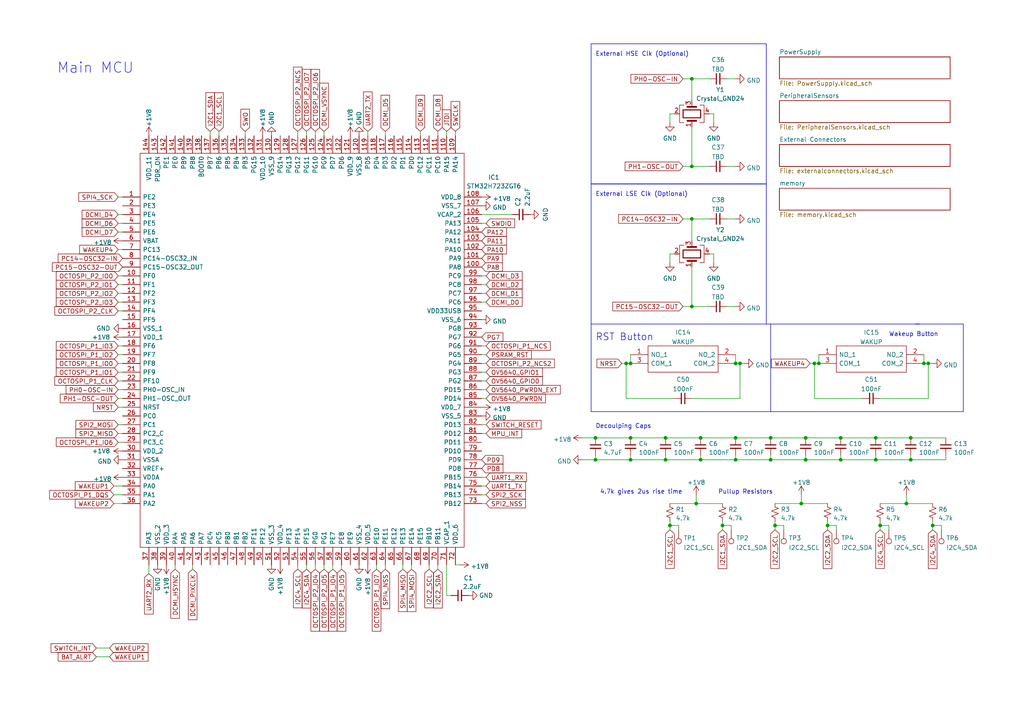
<source format=kicad_sch>
(kicad_sch (version 20230121) (generator eeschema)
  (paper "A4")
  (title_block (title "OBC Prototype Development Board") (date "2023-02-14") (rev "Rev1"))
  (junction (at 201.93 146.05))
  (junction (at 232.41 146.05))
  (junction (at 213.36 133.35))
  (junction (at 223.52 127))
  (junction (at 172.72 133.35))
  (junction (at 264.16 133.35))
  (junction (at 172.72 127))
  (junction (at 267.97 105.41))
  (junction (at 262.89 146.05))
  (junction (at 200.66 22.86))
  (junction (at 203.2 133.35))
  (junction (at 182.88 127))
  (junction (at 209.55 152.4))
  (junction (at 181.61 105.41))
  (junction (at 213.36 105.41))
  (junction (at 194.31 152.4))
  (junction (at 270.51 152.4))
  (junction (at 233.68 133.35))
  (junction (at 243.84 127))
  (junction (at 240.03 152.4))
  (junction (at 236.22 105.41))
  (junction (at 223.52 133.35))
  (junction (at 233.68 127))
  (junction (at 255.27 152.4))
  (junction (at 254 133.35))
  (junction (at 182.88 133.35))
  (junction (at 269.24 105.41))
  (junction (at 243.84 133.35))
  (junction (at 182.88 105.41))
  (junction (at 200.66 88.9))
  (junction (at 200.66 63.5))
  (junction (at 224.79 152.4))
  (junction (at 254 127))
  (junction (at 264.16 127))
  (junction (at 203.2 127))
  (junction (at 213.36 127))
  (junction (at 193.04 127))
  (junction (at 193.04 133.35))
  (junction (at 214.63 105.41))
  (junction (at 237.49 105.41))
  (junction (at 200.66 48.26))
  (wire (pts (xy 207.01 33.02) (xy 205.74 33.02)))
  (polyline (pts (xy 222.25 53.34) (xy 222.25 93.98)))
  (wire (pts (xy 240.03 152.4) (xy 240.03 151.13)))
  (wire (pts (xy 243.84 132.08) (xy 243.84 133.35)))
  (wire (pts (xy 200.66 36.83) (xy 200.66 48.26)))
  (wire (pts (xy 200.66 88.9) (xy 205.74 88.9)))
  (wire (pts (xy 34.29 105.41) (xy 35.56 105.41)))
  (wire (pts (xy 213.36 105.41) (xy 214.63 105.41)))
  (wire (pts (xy 27.94 187.96) (xy 31.75 187.96)))
  (wire (pts (xy 210.82 48.26) (xy 213.36 48.26)))
  (wire (pts (xy 213.36 63.5) (xy 210.82 63.5)))
  (wire (pts (xy 203.2 127) (xy 213.36 127)))
  (wire (pts (xy 168.91 133.35) (xy 172.72 133.35)))
  (wire (pts (xy 200.66 77.47) (xy 200.66 88.9)))
  (wire (pts (xy 140.97 85.09) (xy 139.7 85.09)))
  (wire (pts (xy 210.82 88.9) (xy 213.36 88.9)))
  (wire (pts (xy 140.97 143.51) (xy 139.7 143.51)))
  (wire (pts (xy 132.08 39.37) (xy 132.08 38.1)))
  (wire (pts (xy 140.97 64.77) (xy 139.7 64.77)))
  (polyline (pts (xy 171.45 116.84) (xy 171.45 93.98)))
  (wire (pts (xy 34.29 107.95) (xy 35.56 107.95)))
  (wire (pts (xy 172.72 127) (xy 182.88 127)))
  (wire (pts (xy 213.36 127) (xy 223.52 127)))
  (wire (pts (xy 254 132.08) (xy 254 133.35)))
  (wire (pts (xy 129.54 172.72) (xy 130.81 172.72)))
  (wire (pts (xy 121.92 38.1) (xy 121.92 39.37)))
  (polyline (pts (xy 171.45 119.38) (xy 171.45 116.84)))
  (wire (pts (xy 140.97 100.33) (xy 139.7 100.33)))
  (wire (pts (xy 34.29 110.49) (xy 35.56 110.49)))
  (wire (pts (xy 140.97 146.05) (xy 139.7 146.05)))
  (wire (pts (xy 35.56 72.39) (xy 34.29 72.39)))
  (wire (pts (xy 233.68 133.35) (xy 243.84 133.35)))
  (wire (pts (xy 237.49 105.41) (xy 236.22 105.41)))
  (wire (pts (xy 34.29 125.73) (xy 35.56 125.73)))
  (wire (pts (xy 267.97 105.41) (xy 269.24 105.41)))
  (wire (pts (xy 34.29 123.19) (xy 35.56 123.19)))
  (wire (pts (xy 194.31 35.56) (xy 194.31 33.02)))
  (wire (pts (xy 274.32 132.08) (xy 274.32 133.35)))
  (wire (pts (xy 124.46 165.1) (xy 124.46 163.83)))
  (wire (pts (xy 182.88 102.87) (xy 182.88 105.41)))
  (wire (pts (xy 193.04 132.08) (xy 193.04 133.35)))
  (wire (pts (xy 86.36 165.1) (xy 86.36 163.83)))
  (wire (pts (xy 91.44 165.1) (xy 91.44 163.83)))
  (wire (pts (xy 209.55 152.4) (xy 209.55 151.13)))
  (wire (pts (xy 194.31 73.66) (xy 195.58 73.66)))
  (wire (pts (xy 194.31 152.4) (xy 194.31 151.13)))
  (wire (pts (xy 140.97 82.55) (xy 139.7 82.55)))
  (wire (pts (xy 255.27 153.67) (xy 255.27 152.4)))
  (wire (pts (xy 200.66 22.86) (xy 198.12 22.86)))
  (wire (pts (xy 233.68 132.08) (xy 233.68 133.35)))
  (wire (pts (xy 214.63 115.57) (xy 200.66 115.57)))
  (wire (pts (xy 243.84 133.35) (xy 254 133.35)))
  (wire (pts (xy 269.24 105.41) (xy 270.51 105.41)))
  (wire (pts (xy 50.8 165.1) (xy 50.8 163.83)))
  (wire (pts (xy 34.29 67.31) (xy 35.56 67.31)))
  (wire (pts (xy 200.66 88.9) (xy 198.12 88.9)))
  (wire (pts (xy 181.61 105.41) (xy 181.61 115.57)))
  (wire (pts (xy 193.04 127) (xy 203.2 127)))
  (wire (pts (xy 71.12 38.1) (xy 71.12 39.37)))
  (wire (pts (xy 182.88 105.41) (xy 181.61 105.41)))
  (wire (pts (xy 33.02 143.51) (xy 35.56 143.51)))
  (wire (pts (xy 140.97 102.87) (xy 139.7 102.87)))
  (wire (pts (xy 201.93 143.51) (xy 201.93 146.05)))
  (wire (pts (xy 200.66 22.86) (xy 200.66 29.21)))
  (wire (pts (xy 139.7 62.23) (xy 148.59 62.23)))
  (wire (pts (xy 213.36 22.86) (xy 210.82 22.86)))
  (wire (pts (xy 35.56 146.05) (xy 33.02 146.05)))
  (wire (pts (xy 223.52 133.35) (xy 233.68 133.35)))
  (wire (pts (xy 264.16 133.35) (xy 274.32 133.35)))
  (polyline (pts (xy 222.25 53.34) (xy 222.25 58.42)))
  (wire (pts (xy 203.2 132.08) (xy 203.2 133.35)))
  (wire (pts (xy 262.89 146.05) (xy 270.51 146.05)))
  (wire (pts (xy 213.36 102.87) (xy 213.36 105.41)))
  (wire (pts (xy 34.29 85.09) (xy 35.56 85.09)))
  (wire (pts (xy 207.01 35.56) (xy 207.01 33.02)))
  (wire (pts (xy 255.27 146.05) (xy 262.89 146.05)))
  (wire (pts (xy 172.72 133.35) (xy 182.88 133.35)))
  (wire (pts (xy 236.22 105.41) (xy 236.22 115.57)))
  (polyline (pts (xy 222.25 93.98) (xy 171.45 93.98)))
  (wire (pts (xy 35.56 100.33) (xy 34.29 100.33)))
  (polyline (pts (xy 222.25 53.34) (xy 171.45 53.34)))
  (polyline (pts (xy 171.45 53.34) (xy 222.25 53.34)))
  (wire (pts (xy 99.06 165.1) (xy 99.06 163.83)))
  (wire (pts (xy 182.88 132.08) (xy 182.88 133.35)))
  (wire (pts (xy 212.09 152.4) (xy 209.55 152.4)))
  (polyline (pts (xy 279.4 93.98) (xy 265.43 93.98)))
  (wire (pts (xy 116.84 165.1) (xy 116.84 163.83)))
  (wire (pts (xy 240.03 153.67) (xy 240.03 152.4)))
  (wire (pts (xy 270.51 152.4) (xy 270.51 153.67)))
  (wire (pts (xy 55.88 165.1) (xy 55.88 163.83)))
  (wire (pts (xy 27.94 190.5) (xy 31.75 190.5)))
  (wire (pts (xy 140.97 87.63) (xy 139.7 87.63)))
  (wire (pts (xy 172.72 132.08) (xy 172.72 133.35)))
  (wire (pts (xy 109.22 165.1) (xy 109.22 163.83)))
  (wire (pts (xy 214.63 105.41) (xy 215.9 105.41)))
  (polyline (pts (xy 279.4 119.38) (xy 279.4 93.98)))
  (polyline (pts (xy 222.25 12.7) (xy 222.25 17.78)))
  (wire (pts (xy 111.76 165.1) (xy 111.76 163.83)))
  (polyline (pts (xy 223.52 93.98) (xy 223.52 119.38)))
  (wire (pts (xy 119.38 165.1) (xy 119.38 163.83)))
  (wire (pts (xy 93.98 39.37) (xy 93.98 38.1)))
  (wire (pts (xy 35.56 115.57) (xy 34.29 115.57)))
  (wire (pts (xy 196.85 152.4) (xy 194.31 152.4)))
  (wire (pts (xy 273.05 153.67) (xy 273.05 152.4)))
  (wire (pts (xy 140.97 115.57) (xy 139.7 115.57)))
  (wire (pts (xy 35.56 140.97) (xy 33.02 140.97)))
  (wire (pts (xy 270.51 151.13) (xy 270.51 152.4)))
  (wire (pts (xy 139.7 125.73) (xy 140.97 125.73)))
  (wire (pts (xy 264.16 132.08) (xy 264.16 133.35)))
  (wire (pts (xy 34.29 64.77) (xy 35.56 64.77)))
  (wire (pts (xy 257.81 153.67) (xy 257.81 152.4)))
  (wire (pts (xy 269.24 105.41) (xy 269.24 115.57)))
  (wire (pts (xy 140.97 140.97) (xy 139.7 140.97)))
  (wire (pts (xy 194.31 76.2) (xy 194.31 73.66)))
  (polyline (pts (xy 222.25 12.7) (xy 222.25 53.34)))
  (wire (pts (xy 264.16 127) (xy 274.32 127)))
  (wire (pts (xy 181.61 105.41) (xy 180.34 105.41)))
  (wire (pts (xy 232.41 143.51) (xy 232.41 146.05)))
  (wire (pts (xy 233.68 127) (xy 243.84 127)))
  (wire (pts (xy 133.35 163.83) (xy 132.08 163.83)))
  (wire (pts (xy 96.52 165.1) (xy 96.52 163.83)))
  (wire (pts (xy 35.56 118.11) (xy 34.29 118.11)))
  (wire (pts (xy 35.56 102.87) (xy 34.29 102.87)))
  (polyline (pts (xy 223.52 119.38) (xy 279.4 119.38)))
  (wire (pts (xy 35.56 87.63) (xy 34.29 87.63)))
  (wire (pts (xy 140.97 107.95) (xy 139.7 107.95)))
  (wire (pts (xy 254 127) (xy 264.16 127)))
  (wire (pts (xy 200.66 48.26) (xy 205.74 48.26)))
  (wire (pts (xy 262.89 143.51) (xy 262.89 146.05)))
  (wire (pts (xy 34.29 128.27) (xy 35.56 128.27)))
  (wire (pts (xy 209.55 146.05) (xy 201.93 146.05)))
  (wire (pts (xy 236.22 105.41) (xy 234.95 105.41)))
  (wire (pts (xy 224.79 152.4) (xy 224.79 151.13)))
  (wire (pts (xy 237.49 102.87) (xy 237.49 105.41)))
  (wire (pts (xy 273.05 152.4) (xy 270.51 152.4)))
  (polyline (pts (xy 171.45 93.98) (xy 171.45 53.34)))
  (wire (pts (xy 182.88 133.35) (xy 193.04 133.35)))
  (wire (pts (xy 140.97 105.41) (xy 139.7 105.41)))
  (wire (pts (xy 200.66 48.26) (xy 198.12 48.26)))
  (wire (pts (xy 207.01 73.66) (xy 205.74 73.66)))
  (wire (pts (xy 34.29 82.55) (xy 35.56 82.55)))
  (wire (pts (xy 200.66 63.5) (xy 200.66 69.85)))
  (wire (pts (xy 140.97 123.19) (xy 139.7 123.19)))
  (wire (pts (xy 240.03 146.05) (xy 232.41 146.05)))
  (wire (pts (xy 35.56 80.01) (xy 34.29 80.01)))
  (wire (pts (xy 223.52 132.08) (xy 223.52 133.35)))
  (wire (pts (xy 196.85 153.67) (xy 196.85 152.4)))
  (wire (pts (xy 194.31 146.05) (xy 201.93 146.05)))
  (wire (pts (xy 86.36 39.37) (xy 86.36 38.1)))
  (wire (pts (xy 205.74 22.86) (xy 200.66 22.86)))
  (wire (pts (xy 140.97 80.01) (xy 139.7 80.01)))
  (wire (pts (xy 127 39.37) (xy 127 38.1)))
  (wire (pts (xy 129.54 163.83) (xy 129.54 172.72)))
  (wire (pts (xy 224.79 146.05) (xy 232.41 146.05)))
  (wire (pts (xy 111.76 38.1) (xy 111.76 39.37)))
  (wire (pts (xy 35.56 113.03) (xy 34.29 113.03)))
  (wire (pts (xy 214.63 105.41) (xy 214.63 115.57)))
  (wire (pts (xy 88.9 38.1) (xy 88.9 39.37)))
  (wire (pts (xy 43.18 166.37) (xy 43.18 163.83)))
  (wire (pts (xy 212.09 153.67) (xy 212.09 152.4)))
  (wire (pts (xy 63.5 38.1) (xy 63.5 39.37)))
  (wire (pts (xy 88.9 165.1) (xy 88.9 163.83)))
  (wire (pts (xy 91.44 38.1) (xy 91.44 39.37)))
  (wire (pts (xy 257.81 152.4) (xy 255.27 152.4)))
  (wire (pts (xy 254 133.35) (xy 264.16 133.35)))
  (wire (pts (xy 243.84 127) (xy 254 127)))
  (wire (pts (xy 236.22 115.57) (xy 250.19 115.57)))
  (polyline (pts (xy 171.45 53.34) (xy 171.45 12.7)))
  (wire (pts (xy 194.31 33.02) (xy 195.58 33.02)))
  (polyline (pts (xy 223.52 119.38) (xy 171.45 119.38)))
  (wire (pts (xy 129.54 39.37) (xy 129.54 38.1)))
  (wire (pts (xy 227.33 153.67) (xy 227.33 152.4)))
  (wire (pts (xy 140.97 110.49) (xy 139.7 110.49)))
  (wire (pts (xy 242.57 152.4) (xy 240.03 152.4)))
  (wire (pts (xy 269.24 115.57) (xy 255.27 115.57)))
  (wire (pts (xy 60.96 38.1) (xy 60.96 39.37)))
  (polyline (pts (xy 171.45 12.7) (xy 222.25 12.7)))
  (wire (pts (xy 106.68 38.1) (xy 106.68 39.37)))
  (wire (pts (xy 223.52 127) (xy 233.68 127)))
  (wire (pts (xy 194.31 153.67) (xy 194.31 152.4)))
  (wire (pts (xy 35.56 90.17) (xy 34.29 90.17)))
  (wire (pts (xy 140.97 113.03) (xy 139.7 113.03)))
  (wire (pts (xy 207.01 76.2) (xy 207.01 73.66)))
  (wire (pts (xy 200.66 63.5) (xy 198.12 63.5)))
  (wire (pts (xy 35.56 62.23) (xy 34.29 62.23)))
  (wire (pts (xy 255.27 152.4) (xy 255.27 151.13)))
  (wire (pts (xy 140.97 138.43) (xy 139.7 138.43)))
  (polyline (pts (xy 222.25 93.98) (xy 266.7 93.98)))
  (wire (pts (xy 168.91 127) (xy 172.72 127)))
  (wire (pts (xy 242.57 153.67) (xy 242.57 152.4)))
  (wire (pts (xy 224.79 153.67) (xy 224.79 152.4)))
  (wire (pts (xy 193.04 133.35) (xy 203.2 133.35)))
  (wire (pts (xy 127 163.83) (xy 127 165.1)))
  (wire (pts (xy 209.55 153.67) (xy 209.55 152.4)))
  (wire (pts (xy 203.2 133.35) (xy 213.36 133.35)))
  (wire (pts (xy 205.74 63.5) (xy 200.66 63.5)))
  (wire (pts (xy 93.98 165.1) (xy 93.98 163.83)))
  (wire (pts (xy 213.36 133.35) (xy 223.52 133.35)))
  (wire (pts (xy 182.88 127) (xy 193.04 127)))
  (wire (pts (xy 227.33 152.4) (xy 224.79 152.4)))
  (wire (pts (xy 213.36 132.08) (xy 213.36 133.35)))
  (wire (pts (xy 35.56 57.15) (xy 34.29 57.15)))
  (wire (pts (xy 267.97 102.87) (xy 267.97 105.41)))
  (wire (pts (xy 181.61 115.57) (xy 195.58 115.57)))
  (text "Main MCU\n" (at 16.51 21.59 0) (effects (font (size 3 3)) (justify left bottom)))
  (text "RST Button" (at 172.72 99.06 0) (effects (font (size 2 2)) (justify left bottom)))
  (text "Wakeup Button" (at 257.81 97.79 0) (effects (font (size 1.27 1.27)) (justify left bottom)))
  (text "4.7k gives 2us rise time" (at 173.99 143.51 0) (effects (font (size 1.27 1.27)) (justify left bottom)))
  (text "Pullup Resistors" (at 208.28 143.51 0) (effects (font (size 1.27 1.27)) (justify left bottom)))
  (text "External HSE Clk (Optional)" (at 172.72 16.51 0) (effects (font (size 1.27 1.27)) (justify left bottom)))
  (text "External LSE Clk (Optional)" (at 172.72 57.15 0) (effects (font (size 1.27 1.27)) (justify left bottom)))
  (text "Decoulping Caps" (at 172.72 124.46 0) (effects (font (size 1.27 1.27)) (justify left bottom)))
  (global_label "DCMI_D5" (shape input) (at 111.76 38.1 90) (property "Intersheetrefs" "${INTERSHEET_REFS}" (effects hide)))
  (global_label "PH1-OSC-OUT" (shape input) (at 34.29 115.57 180) (property "Intersheetrefs" "${INTERSHEET_REFS}" (effects hide)))
  (global_label "PA11" (shape input) (at 139.7 69.85 0) (property "Intersheetrefs" "${INTERSHEET_REFS}" (effects hide)))
  (global_label "OV5640_GPIO0" (shape input) (at 140.97 110.49 0) (property "Intersheetrefs" "${INTERSHEET_REFS}" (effects hide)))
  (global_label "OCTOSPI_P2_IO1" (shape input) (at 34.29 82.55 180) (property "Intersheetrefs" "${INTERSHEET_REFS}" (effects hide)))
  (global_label "DCMI_HSYNC" (shape input) (at 50.8 165.1 270) (property "Intersheetrefs" "${INTERSHEET_REFS}" (effects hide)))
  (global_label "SPI2_SCK" (shape input) (at 140.97 143.51 0) (property "Intersheetrefs" "${INTERSHEET_REFS}" (effects hide)))
  (global_label "SPI4_MISO" (shape input) (at 116.84 165.1 270) (property "Intersheetrefs" "${INTERSHEET_REFS}" (effects hide)))
  (global_label "OV5640_PWRDN_EXT" (shape input) (at 140.97 113.03 0) (property "Intersheetrefs" "${INTERSHEET_REFS}" (effects hide)))
  (global_label "OCTOSPI_P1_DQS" (shape input) (at 33.02 143.51 180) (property "Intersheetrefs" "${INTERSHEET_REFS}" (effects hide)))
  (global_label "SPI4_NSS" (shape input) (at 111.76 165.1 270) (property "Intersheetrefs" "${INTERSHEET_REFS}" (effects hide)))
  (global_label "DCMI_VSYNC" (shape input) (at 93.98 38.1 90) (property "Intersheetrefs" "${INTERSHEET_REFS}" (effects hide)))
  (global_label "PA12" (shape input) (at 139.7 67.31 0) (property "Intersheetrefs" "${INTERSHEET_REFS}" (effects hide)))
  (global_label "SPI2_MISO" (shape input) (at 34.29 125.73 180) (property "Intersheetrefs" "${INTERSHEET_REFS}" (effects hide)))
  (global_label "SPI4_MOSI" (shape input) (at 119.38 165.1 270) (property "Intersheetrefs" "${INTERSHEET_REFS}" (effects hide)))
  (global_label "DCMI_D7" (shape input) (at 34.29 67.31 180) (property "Intersheetrefs" "${INTERSHEET_REFS}" (effects hide)))
  (global_label "I2C4_SDA" (shape input) (at 270.51 153.67 270) (property "Intersheetrefs" "${INTERSHEET_REFS}" (effects hide)))
  (global_label "SPI2_NSS" (shape input) (at 140.97 146.05 0) (property "Intersheetrefs" "${INTERSHEET_REFS}" (effects hide)))
  (global_label "PH0-OSC-IN" (shape input) (at 198.12 22.86 180) (property "Intersheetrefs" "${INTERSHEET_REFS}" (effects hide)))
  (global_label "OCTOSPI_P1_IO3" (shape input) (at 34.29 100.33 180) (property "Intersheetrefs" "${INTERSHEET_REFS}" (effects hide)))
  (global_label "UART2_TX" (shape input) (at 106.68 38.1 90) (property "Intersheetrefs" "${INTERSHEET_REFS}" (effects hide)))
  (global_label "PD8" (shape input) (at 139.7 135.89 0) (property "Intersheetrefs" "${INTERSHEET_REFS}" (effects hide)))
  (global_label "DCMI_PIXCLK" (shape input) (at 55.88 165.1 270) (property "Intersheetrefs" "${INTERSHEET_REFS}" (effects hide)))
  (global_label "SWO" (shape input) (at 71.12 38.1 90) (property "Intersheetrefs" "${INTERSHEET_REFS}" (effects hide)))
  (global_label "SWDIO" (shape input) (at 140.97 64.77 0) (property "Intersheetrefs" "${INTERSHEET_REFS}" (effects hide)))
  (global_label "I2C1_SDA" (shape input) (at 209.55 153.67 270) (property "Intersheetrefs" "${INTERSHEET_REFS}" (effects hide)))
  (global_label "OCTOSPI_P1_IO1" (shape input) (at 34.29 107.95 180) (property "Intersheetrefs" "${INTERSHEET_REFS}" (effects hide)))
  (global_label "I2C4_SCL" (shape input) (at 255.27 153.67 270) (property "Intersheetrefs" "${INTERSHEET_REFS}" (effects hide)))
  (global_label "MPU_INT" (shape input) (at 140.97 125.73 0) (property "Intersheetrefs" "${INTERSHEET_REFS}" (effects hide)))
  (global_label "OV5640_GPIO1" (shape input) (at 140.97 107.95 0) (property "Intersheetrefs" "${INTERSHEET_REFS}" (effects hide)))
  (global_label "OCTOSPI_P2_IO0" (shape input) (at 34.29 80.01 180) (property "Intersheetrefs" "${INTERSHEET_REFS}" (effects hide)))
  (global_label "PH1-OSC-OUT" (shape input) (at 198.12 48.26 180) (property "Intersheetrefs" "${INTERSHEET_REFS}" (effects hide)))
  (global_label "I2C1_SCL" (shape input) (at 194.31 153.67 270) (property "Intersheetrefs" "${INTERSHEET_REFS}" (effects hide)))
  (global_label "OCTOSPI_P1_IO7" (shape input) (at 109.22 165.1 270) (property "Intersheetrefs" "${INTERSHEET_REFS}" (effects hide)))
  (global_label "OCTOSPI_P1_IO2" (shape input) (at 34.29 102.87 180) (property "Intersheetrefs" "${INTERSHEET_REFS}" (effects hide)))
  (global_label "OCTOSPI_P2_IO7" (shape input) (at 88.9 38.1 90) (property "Intersheetrefs" "${INTERSHEET_REFS}" (effects hide)))
  (global_label "NRST" (shape input) (at 180.34 105.41 180) (property "Intersheetrefs" "${INTERSHEET_REFS}" (effects hide)))
  (global_label "WAKEUP2" (shape input) (at 31.75 187.96 0) (property "Intersheetrefs" "${INTERSHEET_REFS}" (effects hide)))
  (global_label "I2C4_SDA" (shape input) (at 88.9 165.1 270) (property "Intersheetrefs" "${INTERSHEET_REFS}" (effects hide)))
  (global_label "UART1_TX" (shape input) (at 140.97 140.97 0) (property "Intersheetrefs" "${INTERSHEET_REFS}" (effects hide)))
  (global_label "DCMI_D1" (shape input) (at 140.97 85.09 0) (property "Intersheetrefs" "${INTERSHEET_REFS}" (effects hide)))
  (global_label "OCTOSPI_P1_NCS" (shape input) (at 140.97 100.33 0) (property "Intersheetrefs" "${INTERSHEET_REFS}" (effects hide)))
  (global_label "OCTOSPI_P2_IO6" (shape input) (at 91.44 38.1 90) (property "Intersheetrefs" "${INTERSHEET_REFS}" (effects hide)))
  (global_label "PA10" (shape input) (at 139.7 72.39 0) (property "Intersheetrefs" "${INTERSHEET_REFS}" (effects hide)))
  (global_label "BAT_ALRT" (shape input) (at 27.94 190.5 180) (property "Intersheetrefs" "${INTERSHEET_REFS}" (effects hide)))
  (global_label "OV5640_PWRDN" (shape input) (at 140.97 115.57 0) (property "Intersheetrefs" "${INTERSHEET_REFS}" (effects hide)))
  (global_label "PH0-OSC-IN" (shape input) (at 34.29 113.03 180) (property "Intersheetrefs" "${INTERSHEET_REFS}" (effects hide)))
  (global_label "OCTOSPI_P2_IO2" (shape input) (at 34.29 85.09 180) (property "Intersheetrefs" "${INTERSHEET_REFS}" (effects hide)))
  (global_label "I2C1_SCL" (shape input) (at 63.5 38.1 90) (property "Intersheetrefs" "${INTERSHEET_REFS}" (effects hide)))
  (global_label "PC14-OSC32-IN" (shape input) (at 35.56 74.93 180) (property "Intersheetrefs" "${INTERSHEET_REFS}" (effects hide)))
  (global_label "OCTOSPI_P2_NCS2" (shape input) (at 140.97 105.41 0) (property "Intersheetrefs" "${INTERSHEET_REFS}" (effects hide)))
  (global_label "OCTOSPI_P2_NCS" (shape input) (at 86.36 38.1 90) (property "Intersheetrefs" "${INTERSHEET_REFS}" (effects hide)))
  (global_label "OCTOSPI_P2_IO3" (shape input) (at 34.29 87.63 180) (property "Intersheetrefs" "${INTERSHEET_REFS}" (effects hide)))
  (global_label "WAKEUP2" (shape input) (at 33.02 146.05 180) (property "Intersheetrefs" "${INTERSHEET_REFS}" (effects hide)))
  (global_label "UART2_RX" (shape input) (at 43.18 166.37 270) (property "Intersheetrefs" "${INTERSHEET_REFS}" (effects hide)))
  (global_label "I2C2_SDA" (shape input) (at 127 165.1 270) (property "Intersheetrefs" "${INTERSHEET_REFS}" (effects hide)))
  (global_label "PG7" (shape input) (at 139.7 97.79 0) (property "Intersheetrefs" "${INTERSHEET_REFS}" (effects hide)))
  (global_label "JTDI" (shape input) (at 129.54 38.1 90) (property "Intersheetrefs" "${INTERSHEET_REFS}" (effects hide)))
  (global_label "OCTOSPI_P1_IO0" (shape input) (at 34.29 105.41 180) (property "Intersheetrefs" "${INTERSHEET_REFS}" (effects hide)))
  (global_label "DCMI_D3" (shape input) (at 140.97 80.01 0) (property "Intersheetrefs" "${INTERSHEET_REFS}" (effects hide)))
  (global_label "PC14-OSC32-IN" (shape input) (at 198.12 63.5 180) (property "Intersheetrefs" "${INTERSHEET_REFS}" (effects hide)))
  (global_label "I2C4_SCL" (shape input) (at 86.36 165.1 270) (property "Intersheetrefs" "${INTERSHEET_REFS}" (effects hide)))
  (global_label "DCMI_D8" (shape input) (at 127 38.1 90) (property "Intersheetrefs" "${INTERSHEET_REFS}" (effects hide)))
  (global_label "OCTOSPI_P1_IO5" (shape input) (at 99.06 165.1 270) (property "Intersheetrefs" "${INTERSHEET_REFS}" (effects hide)))
  (global_label "DCMI_D0" (shape input) (at 140.97 87.63 0) (property "Intersheetrefs" "${INTERSHEET_REFS}" (effects hide)))
  (global_label "PA8" (shape input) (at 139.7 77.47 0) (property "Intersheetrefs" "${INTERSHEET_REFS}" (effects hide)))
  (global_label "OCTOSPI_P2_IO4" (shape input) (at 91.44 165.1 270) (property "Intersheetrefs" "${INTERSHEET_REFS}" (effects hide)))
  (global_label "SWCLK" (shape input) (at 132.08 38.1 90) (property "Intersheetrefs" "${INTERSHEET_REFS}" (effects hide)))
  (global_label "SWITCH_INT" (shape input) (at 27.94 187.96 180) (property "Intersheetrefs" "${INTERSHEET_REFS}" (effects hide)))
  (global_label "OCTOSPI_P2_CLK" (shape input) (at 34.29 90.17 180) (property "Intersheetrefs" "${INTERSHEET_REFS}" (effects hide)))
  (global_label "OCTOSPI_P1_IO4" (shape input) (at 96.52 165.1 270) (property "Intersheetrefs" "${INTERSHEET_REFS}" (effects hide)))
  (global_label "I2C2_SCL" (shape input) (at 124.46 165.1 270) (property "Intersheetrefs" "${INTERSHEET_REFS}" (effects hide)))
  (global_label "DCMI_D9" (shape input) (at 121.92 38.1 90) (property "Intersheetrefs" "${INTERSHEET_REFS}" (effects hide)))
  (global_label "WAKEUP1" (shape input) (at 33.02 140.97 180) (property "Intersheetrefs" "${INTERSHEET_REFS}" (effects hide)))
  (global_label "PSRAM_RST" (shape input) (at 140.97 102.87 0) (property "Intersheetrefs" "${INTERSHEET_REFS}" (effects hide)))
  (global_label "SWITCH_RESET" (shape input) (at 140.97 123.19 0) (property "Intersheetrefs" "${INTERSHEET_REFS}" (effects hide)))
  (global_label "I2C2_SDA" (shape input) (at 240.03 153.67 270) (property "Intersheetrefs" "${INTERSHEET_REFS}" (effects hide)))
  (global_label "PC15-OSC32-OUT" (shape input) (at 198.12 88.9 180) (property "Intersheetrefs" "${INTERSHEET_REFS}" (effects hide)))
  (global_label "WAKEUP1" (shape input) (at 31.75 190.5 0) (property "Intersheetrefs" "${INTERSHEET_REFS}" (effects hide)))
  (global_label "PA9" (shape input) (at 139.7 74.93 0) (property "Intersheetrefs" "${INTERSHEET_REFS}" (effects hide)))
  (global_label "DCMI_D6" (shape input) (at 34.29 64.77 180) (property "Intersheetrefs" "${INTERSHEET_REFS}" (effects hide)))
  (global_label "SPI2_MOSI" (shape input) (at 34.29 123.19 180) (property "Intersheetrefs" "${INTERSHEET_REFS}" (effects hide)))
  (global_label "I2C2_SCL" (shape input) (at 224.79 153.67 270) (property "Intersheetrefs" "${INTERSHEET_REFS}" (effects hide)))
  (global_label "PD9" (shape input) (at 139.7 133.35 0) (property "Intersheetrefs" "${INTERSHEET_REFS}" (effects hide)))
  (global_label "WAKEUP4" (shape input) (at 34.29 72.39 180) (property "Intersheetrefs" "${INTERSHEET_REFS}" (effects hide)))
  (global_label "OCTOSPI_P2_IO5" (shape input) (at 93.98 165.1 270) (property "Intersheetrefs" "${INTERSHEET_REFS}" (effects hide)))
  (global_label "OCTOSPI_P1_IO6" (shape input) (at 34.29 128.27 180) (property "Intersheetrefs" "${INTERSHEET_REFS}" (effects hide)))
  (global_label "WAKEUP4" (shape input) (at 234.95 105.41 180) (property "Intersheetrefs" "${INTERSHEET_REFS}" (effects hide)))
  (global_label "PC15-OSC32-OUT" (shape input) (at 35.56 77.47 180) (property "Intersheetrefs" "${INTERSHEET_REFS}" (effects hide)))
  (global_label "UART1_RX" (shape input) (at 140.97 138.43 0) (property "Intersheetrefs" "${INTERSHEET_REFS}" (effects hide)))
  (global_label "DCMI_D4" (shape input) (at 34.29 62.23 180) (property "Intersheetrefs" "${INTERSHEET_REFS}" (effects hide)))
  (global_label "DCMI_D2" (shape input) (at 140.97 82.55 0) (property "Intersheetrefs" "${INTERSHEET_REFS}" (effects hide)))
  (global_label "I2C1_SDA" (shape input) (at 60.96 38.1 90) (property "Intersheetrefs" "${INTERSHEET_REFS}" (effects hide)))
  (global_label "OCTOSPI_P1_CLK" (shape input) (at 34.29 110.49 180) (property "Intersheetrefs" "${INTERSHEET_REFS}" (effects hide)))
  (global_label "SPI4_SCK" (shape input) (at 34.29 57.15 180) (property "Intersheetrefs" "${INTERSHEET_REFS}" (effects hide)))
  (global_label "NRST" (shape input) (at 34.29 118.11 180) (property "Intersheetrefs" "${INTERSHEET_REFS}" (effects hide)))
  (symbol (lib_id "Device:C_Small") (at 223.52 129.54 0) (unit 1)
    (property "Reference" "C8" (at 225.8441 128.7116 0) (effects (justify left)))
    (property "Value" "100nF" (at 225.8441 131.2485 0) (effects (justify left)))
    (property "Footprint" "Capacitor_SMD:C_0402_1005Metric" (effects hide))
  )
  (symbol (lib_id "power:GND") (at 135.89 172.72 90) (unit 1)
    (property "Reference" "#PWR0107" (effects hide))
    (property "Value" "GND" (at 140.97 172.72 90))
  )
  (symbol (lib_id "power:GND") (at 213.36 48.26 90) (unit 1)
    (property "Reference" "#PWR0212" (effects hide))
    (property "Value" "GND" (at 216.535 48.739 90) (effects (justify right)))
  )
  (symbol (lib_id "Device:C_Small") (at 243.84 129.54 0) (unit 1)
    (property "Reference" "C10" (at 246.1641 128.7116 0) (effects (justify left)))
    (property "Value" "100nF" (at 246.1641 131.2485 0) (effects (justify left)))
    (property "Footprint" "Capacitor_SMD:C_0402_1005Metric" (effects hide))
  )
  (symbol (lib_id "power:+1V8") (at 35.56 138.43 90) (unit 1)
    (property "Reference" "#PWR0119" (effects hide))
    (property "Value" "+1V8" (at 32.385 138.909 90) (effects (justify left)))
  )
  (symbol (lib_id "power:GND") (at 78.74 39.37 180) (unit 1)
    (property "Reference" "#PWR0111" (effects hide))
    (property "Value" "GND" (at 78.74 34.29 90))
  )
  (symbol (lib_id "Device:C_Small") (at 133.35 172.72 90) (unit 1)
    (property "Reference" "C1" (at 137.16 167.64 90) (effects (justify left)))
    (property "Value" "2.2uF" (at 139.7 170.18 90) (effects (justify left)))
    (property "Footprint" "Capacitor_SMD:C_0402_1005Metric" (effects hide))
  )
  (symbol (lib_id "power:GND") (at 78.74 163.83 0) (unit 1)
    (property "Reference" "#PWR0122" (effects hide))
    (property "Value" "GND" (at 78.74 171.45 90) (effects (justify left)))
  )
  (symbol (lib_id "Device:C_Small") (at 193.04 129.54 0) (unit 1)
    (property "Reference" "C5" (at 195.3641 128.7116 0) (effects (justify left)))
    (property "Value" "100nF" (at 195.3641 131.2485 0) (effects (justify left)))
    (property "Footprint" "Capacitor_SMD:C_0402_1005Metric" (effects hide))
  )
  (symbol (lib_id "power:+1V8") (at 101.6 39.37 0) (unit 1)
    (property "Reference" "#PWR0113" (effects hide))
    (property "Value" "+1V8" (at 101.6 36.83 90) (effects (justify left)))
  )
  (symbol (lib_id "power:GND") (at 104.14 39.37 180) (unit 1)
    (property "Reference" "#PWR0114" (effects hide))
    (property "Value" "GND" (at 104.14 34.29 90))
  )
  (symbol (lib_id "Device:Crystal_GND24") (at 200.66 73.66 90) (unit 1)
    (property "Reference" "Y2" (at 208.915 66.675 90))
    (property "Value" "Crystal_GND24" (at 208.915 69.215 90))
    (property "Footprint" "Crystal:Crystal_SMD_2520-4Pin_2.5x2.0mm" (effects hide))
  )
  (symbol (lib_id "Device:R_Small_US") (at 224.79 148.59 0) (unit 1)
    (property "Reference" "R3" (at 226.441 147.7553 0) (effects (justify left)))
    (property "Value" "4.7k" (at 226.441 150.2922 0) (effects (justify left)))
    (property "Footprint" "Resistor_SMD:R_0402_1005Metric" (effects hide))
  )
  (symbol (lib_id "Device:C_Small") (at 198.12 115.57 270) (unit 1)
    (property "Reference" "C50" (at 198.1136 110.0414 90))
    (property "Value" "100nF" (at 198.1136 112.8165 90))
    (property "Footprint" "Capacitor_SMD:C_0402_1005Metric" (effects hide))
  )
  (symbol (lib_id "power:+1V8") (at 81.28 163.83 180) (unit 1)
    (property "Reference" "#PWR0123" (effects hide))
    (property "Value" "+1V8" (at 81.28 172.72 90) (effects (justify right)))
  )
  (symbol (lib_id "power:GND") (at 207.01 35.56 0) (unit 1)
    (property "Reference" "#PWR0210" (effects hide))
    (property "Value" "GND" (at 207.01 40.1225 0))
  )
  (symbol (lib_id "Device:R_Small_US") (at 270.51 148.59 0) (unit 1)
    (property "Reference" "R6" (at 272.161 147.7553 0) (effects (justify left)))
    (property "Value" "4.7k" (at 272.161 150.2922 0) (effects (justify left)))
    (property "Footprint" "Resistor_SMD:R_0402_1005Metric" (effects hide))
  )
  (symbol (lib_id "power:GND") (at 215.9 105.41 90) (unit 1)
    (property "Reference" "#PWR0249" (effects hide))
    (property "Value" "GND" (at 219.075 105.889 90) (effects (justify right)))
  )
  (symbol (lib_id "power:+1V8") (at 139.7 57.15 270) (unit 1)
    (property "Reference" "#PWR0115" (effects hide))
    (property "Value" "+1V8" (at 142.875 57.629 90) (effects (justify left)))
  )
  (symbol (lib_id "Connector:TestPoint") (at 273.05 153.67 180) (unit 1)
    (property "Reference" "TP6" (at 274.447 156.0635 0) (effects (justify right)))
    (property "Value" "I2C4_SDA" (at 274.447 158.8386 0) (effects (justify right)))
    (property "Footprint" "TestPoint:TestPoint_Pad_2.0x2.0mm" (effects hide))
  )
  (symbol (lib_id "power:GND") (at 139.7 92.71 90) (unit 1)
    (property "Reference" "#PWR0106" (effects hide))
    (property "Value" "GND" (at 142.875 93.189 90) (effects (justify right)))
  )
  (symbol (lib_id "power:GND") (at 35.56 133.35 270) (unit 1)
    (property "Reference" "#PWR0120" (effects hide))
    (property "Value" "GND" (at 32.3851 133.829 90) (effects (justify right)))
  )
  (symbol (lib_id "power:GND") (at 194.31 76.2 0) (unit 1)
    (property "Reference" "#PWR0213" (effects hide))
    (property "Value" "GND" (at 194.31 80.7625 0))
  )
  (symbol (lib_id "Device:C_Small") (at 208.28 88.9 90) (unit 1)
    (property "Reference" "C39" (at 208.2863 83.3714 90))
    (property "Value" "TBD" (at 208.2863 86.1465 90))
    (property "Footprint" "Capacitor_SMD:C_0402_1005Metric" (effects hide))
  )
  (symbol (lib_id "power:+1V8") (at 35.56 97.79 90) (unit 1)
    (property "Reference" "#PWR0101" (effects hide))
    (property "Value" "+1V8" (at 26.67 97.79 90) (effects (justify right)))
  )
  (symbol (lib_id "power:+1V8") (at 43.18 39.37 0) (unit 1)
    (property "Reference" "#PWR0118" (effects hide))
    (property "Value" "+1V8" (at 43.18 36.83 90) (effects (justify left)))
  )
  (symbol (lib_id "power:+1V8") (at 201.93 143.51 0) (unit 1)
    (property "Reference" "#PWR0129" (effects hide))
    (property "Value" "+1V8" (at 201.93 139.9342 0))
  )
  (symbol (lib_name "+1V8_2") (lib_id "power:+1V8") (at 168.91 127 90) (unit 1)
    (property "Reference" "#PWR0109" (effects hide))
    (property "Value" "+1V8" (at 165.735 127.4338 90) (effects (justify left)))
  )
  (symbol (lib_id "power:GND") (at 104.14 163.83 0) (unit 1)
    (property "Reference" "#PWR0126" (effects hide))
    (property "Value" "GND" (at 104.14 171.45 90) (effects (justify left)))
  )
  (symbol (lib_id "Device:C_Small") (at 208.28 22.86 90) (unit 1)
    (property "Reference" "C36" (at 208.2863 17.3314 90))
    (property "Value" "TBD" (at 208.2863 20.1065 90))
    (property "Footprint" "Capacitor_SMD:C_0402_1005Metric" (effects hide))
  )
  (symbol (lib_id "power:+1V8") (at 35.56 69.85 90) (unit 1)
    (property "Reference" "#PWR0103" (effects hide))
    (property "Value" "+1V8" (at 32.385 70.329 90) (effects (justify left)))
  )
  (symbol (lib_id "Connector:TestPoint") (at 257.81 153.67 180) (unit 1)
    (property "Reference" "TP5" (at 259.207 156.0635 0) (effects (justify right)))
    (property "Value" "I2C4_SCL" (at 259.207 158.8386 0) (effects (justify right)))
    (property "Footprint" "TestPoint:TestPoint_Pad_2.0x2.0mm" (effects hide))
  )
  (symbol (lib_id "Device:C_Small") (at 182.88 129.54 0) (unit 1)
    (property "Reference" "C4" (at 185.2041 128.7116 0) (effects (justify left)))
    (property "Value" "100nF" (at 185.2041 131.2485 0) (effects (justify left)))
    (property "Footprint" "Capacitor_SMD:C_0402_1005Metric" (effects hide))
  )
  (symbol (lib_id "Connector:TestPoint") (at 227.33 153.67 180) (unit 1)
    (property "Reference" "TP3" (at 228.727 156.0635 0) (effects (justify right)))
    (property "Value" "I2C2_SCL" (at 228.727 158.8386 0) (effects (justify right)))
    (property "Footprint" "TestPoint:TestPoint_Pad_2.0x2.0mm" (effects hide))
  )
  (symbol (lib_id "power:GND") (at 153.67 62.23 90) (unit 1)
    (property "Reference" "#PWR0116" (effects hide))
    (property "Value" "GND" (at 158.2325 62.23 0))
  )
  (symbol (lib_id "power:GND") (at 213.36 63.5 90) (unit 1)
    (property "Reference" "#PWR0214" (effects hide))
    (property "Value" "GND" (at 216.535 63.979 90) (effects (justify right)))
  )
  (symbol (lib_id "power:GND") (at 139.7 120.65 90) (unit 1)
    (property "Reference" "#PWR0104" (effects hide))
    (property "Value" "GND" (at 142.875 121.129 90) (effects (justify right)))
  )
  (symbol (lib_id "STM32H723ZGT6:STM32H723ZGT6") (at 35.56 57.15 0) (unit 1)
    (property "Reference" "IC1" (at 143.2422 51.4435 0))
    (property "Value" "STM32H723ZGT6" (at 143.2422 53.9804 0))
    (property "Footprint" "STM32H723ZGT6:QFP50P2200X2200X160-144N" (effects hide))
    (property "Datasheet" "https://www.mouser.cn/datasheet/2/389/stm32h723zg-1893346.pdf" (effects hide))
    (property "Description" "ARM Microcontrollers - MCU High-performance and DSP with DP-FPU, Arm Cortex-M7 MCU with 1 MByte Flash" (effects hide))
    (property "Height" "1.6" (effects hide))
    (property "Mouser Part Number" "511-STM32H723ZGT6" (effects hide))
    (property "Mouser Price/Stock" "https://www.mouser.co.uk/ProductDetail/STMicroelectronics/STM32H723ZGT6?qs=sPbYRqrBIVkPaOxQT7wG%252BA%3D%3D" (effects hide))
    (property "Manufacturer_Name" "STMicroelectronics" (effects hide))
    (property "Manufacturer_Part_Number" "STM32H723ZGT6" (effects hide))
  )
  (symbol (lib_id "power:+1V8") (at 262.89 143.51 0) (unit 1)
    (property "Reference" "#PWR0130" (effects hide))
    (property "Value" "+1V8" (at 262.89 139.9342 0))
  )
  (symbol (lib_id "Device:C_Small") (at 208.28 48.26 90) (unit 1)
    (property "Reference" "C37" (at 208.2863 42.7314 90))
    (property "Value" "TBD" (at 208.2863 45.5065 90))
    (property "Footprint" "Capacitor_SMD:C_0402_1005Metric" (effects hide))
  )
  (symbol (lib_id "power:+1V8") (at 232.41 143.51 0) (unit 1)
    (property "Reference" "#PWR0128" (effects hide))
    (property "Value" "+1V8" (at 232.41 139.9342 0))
  )
  (symbol (lib_id "Device:C_Small") (at 172.72 129.54 0) (unit 1)
    (property "Reference" "C3" (at 175.0441 128.7116 0) (effects (justify left)))
    (property "Value" "4.7uF" (at 175.0441 131.2485 0) (effects (justify left)))
    (property "Footprint" "Capacitor_SMD:C_0402_1005Metric" (effects hide))
  )
  (symbol (lib_id "power:+1V8") (at 139.7 118.11 270) (unit 1)
    (property "Reference" "#PWR0105" (effects hide))
    (property "Value" "+1V8" (at 142.875 118.589 90) (effects (justify left)))
  )
  (symbol (lib_id "Connector:TestPoint") (at 196.85 153.67 180) (unit 1)
    (property "Reference" "TP1" (at 198.247 156.0635 0) (effects (justify right)))
    (property "Value" "I2C1_SCL" (at 198.247 158.8386 0) (effects (justify right)))
    (property "Footprint" "TestPoint:TestPoint_Pad_2.0x2.0mm" (effects hide))
  )
  (symbol (lib_id "Device:C_Small") (at 252.73 115.57 270) (unit 1)
    (property "Reference" "C51" (at 252.7236 110.0414 90))
    (property "Value" "100nF" (at 252.7236 112.8165 90))
    (property "Footprint" "Capacitor_SMD:C_0402_1005Metric" (effects hide))
  )
  (symbol (lib_id "Device:C_Small") (at 203.2 129.54 0) (unit 1)
    (property "Reference" "C6" (at 205.5241 128.7116 0) (effects (justify left)))
    (property "Value" "100nF" (at 205.5241 131.2485 0) (effects (justify left)))
    (property "Footprint" "Capacitor_SMD:C_0402_1005Metric" (effects hide))
  )
  (symbol (lib_id "Device:R_Small_US") (at 209.55 148.59 0) (unit 1)
    (property "Reference" "R2" (at 211.201 147.7553 0) (effects (justify left)))
    (property "Value" "4.7k" (at 211.201 150.2922 0) (effects (justify left)))
    (property "Footprint" "Resistor_SMD:R_0402_1005Metric" (effects hide))
  )
  (symbol (lib_id "power:GND") (at 213.36 88.9 90) (unit 1)
    (property "Reference" "#PWR0215" (effects hide))
    (property "Value" "GND" (at 216.535 89.379 90) (effects (justify right)))
  )
  (symbol (lib_id "Device:C_Small") (at 264.16 129.54 0) (unit 1)
    (property "Reference" "C12" (at 266.4841 128.7116 0) (effects (justify left)))
    (property "Value" "100nF" (at 266.4841 131.2485 0) (effects (justify left)))
    (property "Footprint" "Capacitor_SMD:C_0402_1005Metric" (effects hide))
  )
  (symbol (lib_id "Device:C_Small") (at 213.36 129.54 0) (unit 1)
    (property "Reference" "C7" (at 215.6841 128.7116 0) (effects (justify left)))
    (property "Value" "100nF" (at 215.6841 131.2485 0) (effects (justify left)))
    (property "Footprint" "Capacitor_SMD:C_0402_1005Metric" (effects hide))
  )
  (symbol (lib_id "Device:C_Small") (at 254 129.54 0) (unit 1)
    (property "Reference" "C11" (at 256.3241 128.7116 0) (effects (justify left)))
    (property "Value" "100nF" (at 256.3241 131.2485 0) (effects (justify left)))
    (property "Footprint" "Capacitor_SMD:C_0402_1005Metric" (effects hide))
  )
  (symbol (lib_id "power:GND") (at 207.01 76.2 0) (unit 1)
    (property "Reference" "#PWR0216" (effects hide))
    (property "Value" "GND" (at 207.01 80.7625 0))
  )
  (symbol (lib_id "power:+1V8") (at 76.2 39.37 0) (unit 1)
    (property "Reference" "#PWR0112" (effects hide))
    (property "Value" "+1V8" (at 76.2 36.83 90) (effects (justify left)))
  )
  (symbol (lib_name "GND_1") (lib_id "power:GND") (at 168.91 133.35 270) (unit 1)
    (property "Reference" "#PWR0110" (effects hide))
    (property "Value" "GND" (at 165.7351 133.7838 90) (effects (justify right)))
  )
  (symbol (lib_id "power:GND") (at 194.31 35.56 0) (unit 1)
    (property "Reference" "#PWR0209" (effects hide))
    (property "Value" "GND" (at 194.31 40.1225 0))
  )
  (symbol (lib_id "Device:C_Small") (at 274.32 129.54 0) (unit 1)
    (property "Reference" "C13" (at 276.6441 128.7116 0) (effects (justify left)))
    (property "Value" "100nF" (at 276.6441 131.2485 0) (effects (justify left)))
    (property "Footprint" "Capacitor_SMD:C_0402_1005Metric" (effects hide))
  )
  (symbol (lib_id "Device:R_Small_US") (at 255.27 148.59 0) (unit 1)
    (property "Reference" "R5" (at 256.921 147.7553 0) (effects (justify left)))
    (property "Value" "4.7k" (at 256.921 150.2922 0) (effects (justify left)))
    (property "Footprint" "Resistor_SMD:R_0402_1005Metric" (effects hide))
  )
  (symbol (lib_id "Connector:TestPoint") (at 212.09 153.67 180) (unit 1)
    (property "Reference" "TP2" (at 213.487 156.0635 0) (effects (justify right)))
    (property "Value" "I2C1_SDA" (at 213.487 158.8386 0) (effects (justify right)))
    (property "Footprint" "TestPoint:TestPoint_Pad_2.0x2.0mm" (effects hide))
  )
  (symbol (lib_id "power:GND") (at 139.7 59.69 90) (unit 1)
    (property "Reference" "#PWR0117" (effects hide))
    (property "Value" "GND" (at 142.875 60.169 90) (effects (justify right)))
  )
  (symbol (lib_name "+1V8_1") (lib_id "power:+1V8") (at 133.35 163.83 270) (unit 1)
    (property "Reference" "#PWR0108" (effects hide))
    (property "Value" "+1V8" (at 136.525 164.2638 90) (effects (justify left)))
  )
  (symbol (lib_id "TS04-66-75-BK-160-SMT:TS04-66-75-BK-160-SMT") (at 237.49 102.87 0) (unit 1)
    (property "Reference" "IC15" (at 252.73 96.4143 0))
    (property "Value" "WAKUP" (at 252.73 99.1894 0))
    (property "Footprint" "TS04-66-75-BK-160-SMT:TS046675BK160SMT" (effects hide))
    (property "Datasheet" "https://www.mouser.es/ProductDetail/CUI-Devices/TS04-66-75-BK-160-SMT?qs=A6eO%252BMLsxmR5CIauYOve0Q%3D%3D" (effects hide))
    (property "Description" "Tactile Switches 6 x 6 mm, 7.5 mm Act Height, 160 gf, Black, Surface Mount, SPST," (effects hide))
    (property "Height" "7.8" (effects hide))
    (property "Mouser Part Number" "179-TS046675BK160SMT" (effects hide))
    (property "Mouser Price/Stock" "https://www.mouser.co.uk/ProductDetail/CUI-Devices/TS04-66-75-BK-160-SMT?qs=A6eO%252BMLsxmR5CIauYOve0Q%3D%3D" (effects hide))
    (property "Manufacturer_Name" "CUI Devices" (effects hide))
    (property "Manufacturer_Part_Number" "TS04-66-75-BK-160-SMT" (effects hide))
  )
  (symbol (lib_id "Connector:TestPoint") (at 242.57 153.67 180) (unit 1)
    (property "Reference" "TP4" (at 243.967 156.0635 0) (effects (justify right)))
    (property "Value" "I2C2_SDA" (at 243.967 158.8386 0) (effects (justify right)))
    (property "Footprint" "TestPoint:TestPoint_Pad_2.0x2.0mm" (effects hide))
  )
  (symbol (lib_id "power:GND") (at 270.51 105.41 90) (unit 1)
    (property "Reference" "#PWR0248" (effects hide))
    (property "Value" "GND" (at 273.685 105.889 90) (effects (justify right)))
  )
  (symbol (lib_id "power:GND") (at 35.56 95.25 270) (unit 1)
    (property "Reference" "#PWR0102" (effects hide))
    (property "Value" "GND" (at 27.94 95.25 90) (effects (justify left)))
  )
  (symbol (lib_id "power:+1V8") (at 48.26 163.83 180) (unit 1)
    (property "Reference" "#PWR0124" (effects hide))
    (property "Value" "+1V8" (at 48.26 172.72 90) (effects (justify right)))
  )
  (symbol (lib_id "TS04-66-75-BK-160-SMT:TS04-66-75-BK-160-SMT") (at 182.88 102.87 0) (unit 1)
    (property "Reference" "IC14" (at 198.12 96.4143 0))
    (property "Value" "WAKUP" (at 198.12 99.1894 0))
    (property "Footprint" "TS04-66-75-BK-160-SMT:TS046675BK160SMT" (effects hide))
    (property "Datasheet" "https://www.mouser.es/ProductDetail/CUI-Devices/TS04-66-75-BK-160-SMT?qs=A6eO%252BMLsxmR5CIauYOve0Q%3D%3D" (effects hide))
    (property "Description" "Tactile Switches 6 x 6 mm, 7.5 mm Act Height, 160 gf, Black, Surface Mount, SPST," (effects hide))
    (property "Height" "7.8" (effects hide))
    (property "Mouser Part Number" "179-TS046675BK160SMT" (effects hide))
    (property "Mouser Price/Stock" "https://www.mouser.co.uk/ProductDetail/CUI-Devices/TS04-66-75-BK-160-SMT?qs=A6eO%252BMLsxmR5CIauYOve0Q%3D%3D" (effects hide))
    (property "Manufacturer_Name" "CUI Devices" (effects hide))
    (property "Manufacturer_Part_Number" "TS04-66-75-BK-160-SMT" (effects hide))
  )
  (symbol (lib_id "Device:Crystal_GND24") (at 200.66 33.02 90) (unit 1)
    (property "Reference" "Y1" (at 208.915 26.035 90))
    (property "Value" "Crystal_GND24" (at 208.915 28.575 90))
    (property "Footprint" "Crystal:Crystal_SMD_2520-4Pin_2.5x2.0mm" (effects hide))
  )
  (symbol (lib_id "Device:R_Small_US") (at 194.31 148.59 0) (unit 1)
    (property "Reference" "R1" (at 195.961 147.7553 0) (effects (justify left)))
    (property "Value" "4.7k" (at 195.961 150.2922 0) (effects (justify left)))
    (property "Footprint" "Resistor_SMD:R_0402_1005Metric" (effects hide))
  )
  (symbol (lib_id "Device:R_Small_US") (at 240.03 148.59 0) (unit 1)
    (property "Reference" "R4" (at 241.681 147.7553 0) (effects (justify left)))
    (property "Value" "4.7k" (at 241.681 150.2922 0) (effects (justify left)))
    (property "Footprint" "Resistor_SMD:R_0402_1005Metric" (effects hide))
  )
  (symbol (lib_id "Device:C_Small") (at 151.13 62.23 90) (unit 1)
    (property "Reference" "C2" (at 150.2278 59.9059 0) (effects (justify left)))
    (property "Value" "2.2uF" (at 153.0029 59.9059 0) (effects (justify left)))
    (property "Footprint" "Capacitor_SMD:C_0402_1005Metric" (effects hide))
  )
  (symbol (lib_id "power:GND") (at 45.72 163.83 0) (unit 1)
    (property "Reference" "#PWR0125" (effects hide))
    (property "Value" "GND" (at 45.72 171.45 90) (effects (justify left)))
  )
  (symbol (lib_id "power:GND") (at 213.36 22.86 90) (unit 1)
    (property "Reference" "#PWR0211" (effects hide))
    (property "Value" "GND" (at 216.535 23.339 90) (effects (justify right)))
  )
  (symbol (lib_id "power:+1V8") (at 106.68 163.83 180) (unit 1)
    (property "Reference" "#PWR0127" (effects hide))
    (property "Value" "+1V8" (at 106.68 170.18 90))
  )
  (symbol (lib_id "Device:C_Small") (at 233.68 129.54 0) (unit 1)
    (property "Reference" "C9" (at 236.0041 128.7116 0) (effects (justify left)))
    (property "Value" "100nF" (at 236.0041 131.2485 0) (effects (justify left)))
    (property "Footprint" "Capacitor_SMD:C_0402_1005Metric" (effects hide))
  )
  (symbol (lib_id "Device:C_Small") (at 208.28 63.5 90) (unit 1)
    (property "Reference" "C38" (at 208.2863 57.9714 90))
    (property "Value" "TBD" (at 208.2863 60.7465 90))
    (property "Footprint" "Capacitor_SMD:C_0402_1005Metric" (effects hide))
  )
  (symbol (lib_id "power:+1V8") (at 35.56 130.81 90) (unit 1)
    (property "Reference" "#PWR0121" (effects hide))
    (property "Value" "+1V8" (at 26.67 130.81 90) (effects (justify right)))
  )
  (sheet (at 226.06 29.21) (size 49.53 6.35) (stroke (width 0.1524))
    (property "Sheetname" "PeripheralSensors" (at 226.06 28.4984 0) (effects (justify left bottom)))
    (property "Sheetfile" "PeripheralSensors.kicad_sch" (at 226.06 36.1446 0) (effects (justify left top)))
  )
  (sheet (at 226.06 16.51) (size 49.53 6.35) (stroke (width 0.1524))
    (property "Sheetname" "PowerSupply" (at 226.06 15.7984 0) (effects (justify left bottom)))
    (property "Sheetfile" "PowerSupply.kicad_sch" (at 226.06 23.4446 0) (effects (justify left top)))
  )
  (sheet (at 226.06 41.91) (size 49.53 6.35) (stroke (width 0.1524))
    (property "Sheetname" "External Connectors" (at 226.06 41.1984 0) (effects (justify left bottom)))
    (property "Sheetfile" "externalconnectors.kicad_sch" (at 226.06 48.8446 0) (effects (justify left top)))
  )
  (sheet (at 226.06 54.61) (size 49.53 6.35) (stroke (width 0.1524))
    (property "Sheetname" "memory" (at 226.06 53.8984 0) (effects (justify left bottom)))
    (property "Sheetfile" "memory.kicad_sch" (at 226.06 61.5446 0) (effects (justify left top)))
  )
)
</source>
